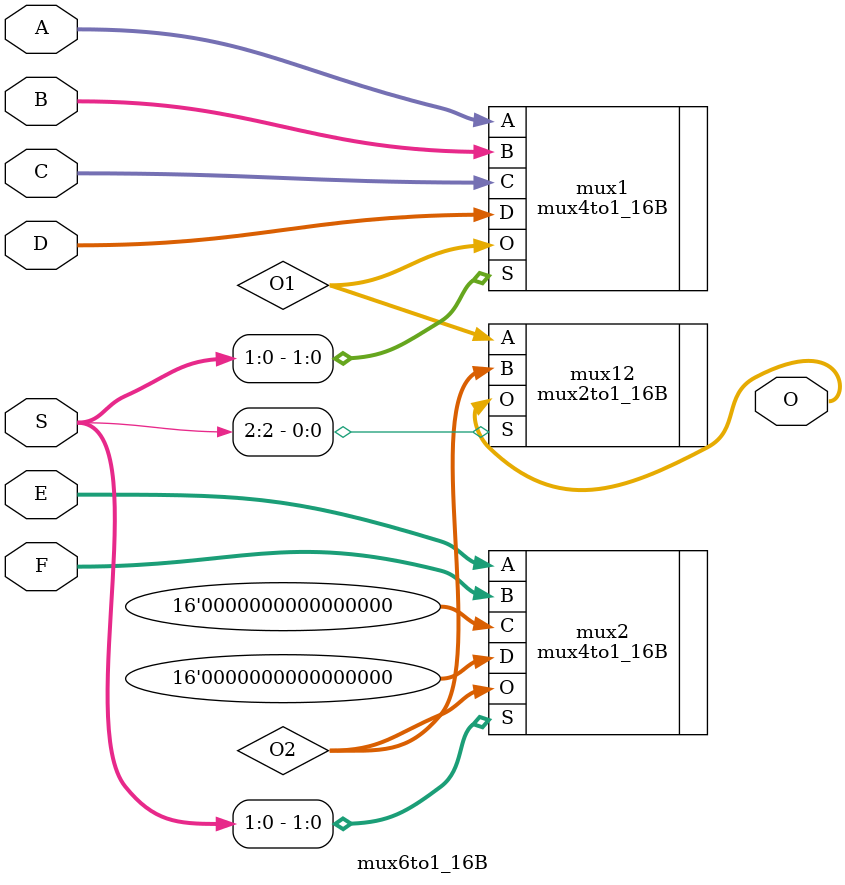
<source format=v>
module mux6to1_16B (S, A,B,C,D,E,F, O);
	input [15:0] A,B,C,D,E,F;
	input [2:0] S;
	output [15:0] O;
	wire[15:0] O1,O2;
	mux4to1_16B mux1(.S(S[1:0]),.A(A[15:0]),.B(B[15:0]),.C(C[15:0]),.D(D[15:0]),.O(O1[15:0]));
	mux4to1_16B mux2(.S(S[1:0]),.A(E[15:0]),.B(F[15:0]),.C(16'h0000),.D(16'h0000),.O(O2[15:0]));
	mux2to1_16B mux12(.S(S[2]),.A(O1[15:0]),.B(O2[15:0]),.O(O[15:0]));
endmodule

</source>
